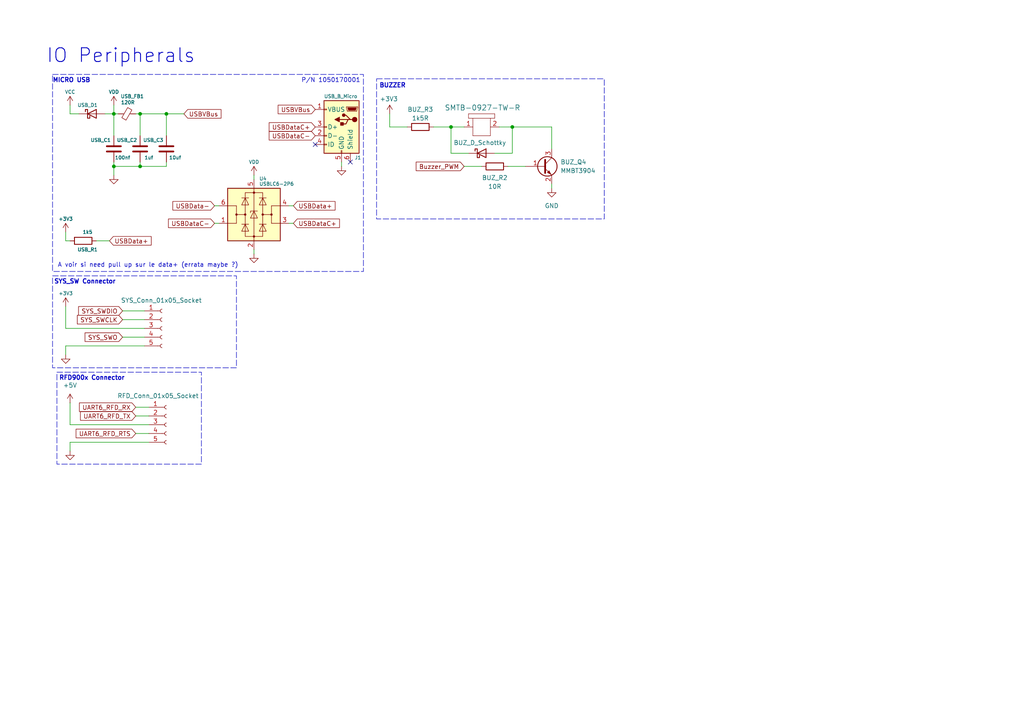
<source format=kicad_sch>
(kicad_sch (version 20231120) (generator "eeschema") (generator_version "8.0")
  (paper "A4")
  (title_block (title "IO") (date "2024-11-09") (company "GAUL"))
  (lib_symbols
    (symbol "+3V3_1" (power) (pin_numbers hide) (pin_names (offset 0) hide)
      (property "Value" "+3V3" (at 0 3.556 0))
      (symbol "+3V3_1_0_1"
        (polyline (pts (xy -0.762 1.27) (xy 0 2.54)))
        (polyline (pts (xy 0 0) (xy 0 2.54)))
        (polyline (pts (xy 0 2.54) (xy 0.762 1.27)))
      )
      (symbol "+3V3_1_1_1"
        (pin power_in line (at 0 0 90) (length 0) (name "~") (number "1"))
      )
    )
    (symbol "Connector:Conn_01x05_Socket" (pin_names (offset 1.016) hide)
      (property "Reference" "J" (at 0 7.62 0))
      (property "Value" "Conn_01x05_Socket" (at 0 -7.62 0))
      (symbol "Conn_01x05_Socket_1_1"
        (arc (start 0 -4.572) (mid -0.5058 -5.08) (end 0 -5.588) (stroke (width 0.1524)))
        (arc (start 0 -2.032) (mid -0.5058 -2.54) (end 0 -3.048) (stroke (width 0.1524)))
        (polyline (pts (xy -1.27 -5.08) (xy -0.508 -5.08)) (stroke (width 0.1524)))
        (polyline (pts (xy -1.27 -2.54) (xy -0.508 -2.54)) (stroke (width 0.1524)))
        (polyline (pts (xy -1.27 0) (xy -0.508 0)) (stroke (width 0.1524)))
        (polyline (pts (xy -1.27 2.54) (xy -0.508 2.54)) (stroke (width 0.1524)))
        (polyline (pts (xy -1.27 5.08) (xy -0.508 5.08)) (stroke (width 0.1524)))
        (arc (start 0 0.508) (mid -0.5058 0) (end 0 -0.508) (stroke (width 0.1524)))
        (arc (start 0 3.048) (mid -0.5058 2.54) (end 0 2.032) (stroke (width 0.1524)))
        (arc (start 0 5.588) (mid -0.5058 5.08) (end 0 4.572) (stroke (width 0.1524)))
        (pin passive line (at -5.08 5.08 0) (length 3.81) (name "Pin_1") (number "1"))
        (pin passive line (at -5.08 2.54 0) (length 3.81) (name "Pin_2") (number "2"))
        (pin passive line (at -5.08 0 0) (length 3.81) (name "Pin_3") (number "3"))
        (pin passive line (at -5.08 -2.54 0) (length 3.81) (name "Pin_4") (number "4"))
        (pin passive line (at -5.08 -5.08 0) (length 3.81) (name "Pin_5") (number "5"))
      )
    )
    (symbol "Connector:USB_B_Micro" (pin_names (offset 1.016))
      (property "Reference" "J3" (at 5.08 -8.89 0))
      (property "Value" "USB_B_Micro" (at 5.08 8.89 0))
      (symbol "USB_B_Micro_0_1"
        (rectangle (start -5.08 -7.62) (end 5.08 7.62) (stroke (width 0.254)) (fill (type background)))
        (circle (center -3.81 2.159) (radius 0.635) (stroke (width 0.254)) (fill (type outline)))
        (circle (center -0.635 3.429) (radius 0.381) (stroke (width 0.254)) (fill (type outline)))
        (rectangle (start -0.127 -7.62) (end 0.127 -6.858))
        (polyline (pts (xy -1.905 2.159) (xy 0.635 2.159)) (stroke (width 0.254)))
        (polyline (pts (xy -3.175 2.159) (xy -2.54 2.159) (xy -1.27 3.429) (xy -0.635 3.429)) (stroke (width 0.254)))
        (polyline (pts (xy -2.54 2.159) (xy -1.905 2.159) (xy -1.27 0.889) (xy 0 0.889)) (stroke (width 0.254)))
        (polyline (pts (xy 0.635 2.794) (xy 0.635 1.524) (xy 1.905 2.159) (xy 0.635 2.794)) (stroke (width 0.254)) (fill (type outline)))
        (polyline (pts (xy -4.318 5.588) (xy -1.778 5.588) (xy -2.032 4.826) (xy -4.064 4.826) (xy -4.318 5.588)) (fill (type outline)))
        (polyline (pts (xy -4.699 5.842) (xy -4.699 5.588) (xy -4.445 4.826) (xy -4.445 4.572) (xy -1.651 4.572) (xy -1.651 4.826) (xy -1.397 5.588) (xy -1.397 5.842) (xy -4.699 5.842)))
        (rectangle (start 0.254 1.27) (end -0.508 0.508) (stroke (width 0.254)) (fill (type outline)))
        (rectangle (start 5.08 -5.207) (end 4.318 -4.953))
        (rectangle (start 5.08 -2.667) (end 4.318 -2.413))
        (rectangle (start 5.08 -0.127) (end 4.318 0.127))
        (rectangle (start 5.08 4.953) (end 4.318 5.207))
      )
      (symbol "USB_B_Micro_1_1"
        (pin power_out line (at 7.62 5.08 180) (length 2.54) (name "VBUS") (number "1"))
        (pin bidirectional line (at 7.62 -2.54 180) (length 2.54) (name "D-") (number "2"))
        (pin bidirectional line (at 7.62 0 180) (length 2.54) (name "D+") (number "3"))
        (pin passive line (at 7.62 -5.08 180) (length 2.54) (name "ID") (number "4"))
        (pin power_in line (at 0 -10.16 90) (length 2.54) (name "GND") (number "5"))
        (pin passive line (at -2.54 -10.16 90) (length 2.54) (name "Shield") (number "6"))
      )
    )
    (symbol "Device:C" (pin_numbers hide) (pin_names (offset 0.254))
      (property "Reference" "C" (at 0.635 2.54 0))
      (property "Value" "C" (at 0.635 -2.54 0))
      (symbol "C_0_1"
        (polyline (pts (xy -2.032 -0.762) (xy 2.032 -0.762)) (stroke (width 0.508)))
        (polyline (pts (xy -2.032 0.762) (xy 2.032 0.762)) (stroke (width 0.508)))
      )
      (symbol "C_1_1"
        (pin passive line (at 0 3.81 270) (length 2.794) (name "~") (number "1"))
        (pin passive line (at 0 -3.81 90) (length 2.794) (name "~") (number "2"))
      )
    )
    (symbol "Device:D_Schottky" (pin_numbers hide) (pin_names (offset 1.016) hide)
      (property "Reference" "D" (at 0 2.54 0))
      (property "Value" "D_Schottky" (at 0 -2.54 0))
      (symbol "D_Schottky_0_1"
        (polyline (pts (xy 1.27 0) (xy -1.27 0)))
        (polyline (pts (xy 1.27 1.27) (xy 1.27 -1.27) (xy -1.27 0) (xy 1.27 1.27)) (stroke (width 0.254)))
        (polyline (pts (xy -1.905 0.635) (xy -1.905 1.27) (xy -1.27 1.27) (xy -1.27 -1.27) (xy -0.635 -1.27) (xy -0.635 -0.635)) (stroke (width 0.254)))
      )
      (symbol "D_Schottky_1_1"
        (pin passive line (at -3.81 0 0) (length 2.54) (name "K") (number "1"))
        (pin passive line (at 3.81 0 180) (length 2.54) (name "A") (number "2"))
      )
    )
    (symbol "Device:FerriteBead_Small" (pin_numbers hide) (pin_names (offset 0))
      (property "Reference" "FB" (at 1.905 1.27 0))
      (property "Value" "FerriteBead_Small" (at 1.905 -1.27 0))
      (symbol "FerriteBead_Small_0_1"
        (polyline (pts (xy 0 -1.27) (xy 0 -0.7874)))
        (polyline (pts (xy 0 0.889) (xy 0 1.2954)))
        (polyline (pts (xy -1.8288 0.2794) (xy -1.1176 1.4986) (xy 1.8288 -0.2032) (xy 1.1176 -1.4224) (xy -1.8288 0.2794)))
      )
      (symbol "FerriteBead_Small_1_1"
        (pin passive line (at 0 2.54 270) (length 1.27) (name "~") (number "1"))
        (pin passive line (at 0 -2.54 90) (length 1.27) (name "~") (number "2"))
      )
    )
    (symbol "Device:R" (pin_numbers hide) (pin_names (offset 0))
      (property "Reference" "R" (at 2.032 0 90))
      (property "Value" "R" (at 0 0 90))
      (symbol "R_0_1"
        (rectangle (start -1.016 -2.54) (end 1.016 2.54) (stroke (width 0.254)))
      )
      (symbol "R_1_1"
        (pin passive line (at 0 3.81 270) (length 1.27) (name "~") (number "1"))
        (pin passive line (at 0 -3.81 90) (length 1.27) (name "~") (number "2"))
      )
    )
    (symbol "GND_1" (power) (pin_numbers hide) (pin_names (offset 0) hide)
      (property "Value" "GND" (at 0 -3.81 0))
      (symbol "GND_1_0_1"
        (polyline (pts (xy 0 0) (xy 0 -1.27) (xy 1.27 -1.27) (xy 0 -2.54) (xy -1.27 -1.27) (xy 0 -1.27)))
      )
      (symbol "GND_1_1_1"
        (pin power_in line (at 0 0 270) (length 0) (name "~") (number "1"))
      )
    )
    (symbol "ODB_Lib:SMTB-0927-TW-R" (pin_names (offset 0.254))
      (property "Value" "SMTB-0927-TW-R" (at 12.7 7.62 0))
      (symbol "SMTB-0927-TW-R_0_1"
        (polyline (pts (xy 8.89 3.81) (xy 8.89 2.54)) (stroke (width 0.127)))
        (polyline (pts (xy 8.89 3.81) (xy 16.51 3.81)) (stroke (width 0.127)))
        (polyline (pts (xy 10.16 -2.54) (xy 15.24 -2.54)) (stroke (width 0.127)))
        (polyline (pts (xy 10.16 2.54) (xy 10.16 -2.54)) (stroke (width 0.127)))
        (polyline (pts (xy 15.24 -2.54) (xy 15.24 2.54)) (stroke (width 0.127)))
        (polyline (pts (xy 16.51 2.54) (xy 8.89 2.54)) (stroke (width 0.127)))
        (polyline (pts (xy 16.51 3.81) (xy 16.51 2.54)) (stroke (width 0.127)))
      )
      (symbol "SMTB-0927-TW-R_1_1"
        (pin input line (at 7.62 0 0) (length 2.54) (name "") (number "1"))
        (pin output line (at 17.78 0 180) (length 2.54) (name "") (number "2"))
      )
    )
    (symbol "Power_Protection:USBLC6-2P6" (pin_names hide)
      (property "Reference" "U" (at 2.54 8.89 0))
      (property "Value" "USBLC6-2P6" (at 2.54 -8.89 0))
      (symbol "USBLC6-2P6_0_1"
        (rectangle (start -7.62 -7.62) (end 7.62 7.62) (stroke (width 0.254)) (fill (type background)))
        (circle (center -5.08 0) (radius 0.254) (fill (type outline)))
        (circle (center -2.54 0) (radius 0.254) (fill (type outline)))
        (rectangle (start -2.54 6.35) (end 2.54 -6.35))
        (circle (center 0 -6.35) (radius 0.254) (fill (type outline)))
        (polyline (pts (xy -5.08 -2.54) (xy -7.62 -2.54)))
        (polyline (pts (xy -5.08 0) (xy -5.08 -2.54)))
        (polyline (pts (xy -5.08 2.54) (xy -7.62 2.54)))
        (polyline (pts (xy -1.524 -2.794) (xy -3.556 -2.794)))
        (polyline (pts (xy -1.524 4.826) (xy -3.556 4.826)))
        (polyline (pts (xy 0 -7.62) (xy 0 -6.35)))
        (polyline (pts (xy 0 -6.35) (xy 0 1.27)))
        (polyline (pts (xy 0 1.27) (xy 0 6.35)))
        (polyline (pts (xy 0 6.35) (xy 0 7.62)))
        (polyline (pts (xy 1.524 -2.794) (xy 3.556 -2.794)))
        (polyline (pts (xy 1.524 4.826) (xy 3.556 4.826)))
        (polyline (pts (xy 5.08 -2.54) (xy 7.62 -2.54)))
        (polyline (pts (xy 5.08 0) (xy 5.08 -2.54)))
        (polyline (pts (xy 5.08 2.54) (xy 7.62 2.54)))
        (polyline (pts (xy -2.54 0) (xy -5.08 0) (xy -5.08 2.54)))
        (polyline (pts (xy 2.54 0) (xy 5.08 0) (xy 5.08 2.54)))
        (polyline (pts (xy -3.556 -4.826) (xy -1.524 -4.826) (xy -2.54 -2.794) (xy -3.556 -4.826)))
        (polyline (pts (xy -3.556 2.794) (xy -1.524 2.794) (xy -2.54 4.826) (xy -3.556 2.794)))
        (polyline (pts (xy -1.016 -1.016) (xy 1.016 -1.016) (xy 0 1.016) (xy -1.016 -1.016)))
        (polyline (pts (xy 1.016 1.016) (xy 0.762 1.016) (xy -1.016 1.016) (xy -1.016 0.508)))
        (polyline (pts (xy 3.556 -4.826) (xy 1.524 -4.826) (xy 2.54 -2.794) (xy 3.556 -4.826)))
        (polyline (pts (xy 3.556 2.794) (xy 1.524 2.794) (xy 2.54 4.826) (xy 3.556 2.794)))
        (circle (center 0 6.35) (radius 0.254) (fill (type outline)))
        (circle (center 2.54 0) (radius 0.254) (fill (type outline)))
        (circle (center 5.08 0) (radius 0.254) (fill (type outline)))
      )
      (symbol "USBLC6-2P6_1_1"
        (pin passive line (at -10.16 -2.54 0) (length 2.54) (name "I/O1") (number "1"))
        (pin passive line (at 0 -10.16 90) (length 2.54) (name "GND") (number "2"))
        (pin passive line (at 10.16 -2.54 180) (length 2.54) (name "I/O2") (number "3"))
        (pin passive line (at 10.16 2.54 180) (length 2.54) (name "I/O2") (number "4"))
        (pin passive line (at 0 10.16 270) (length 2.54) (name "VBUS") (number "5"))
        (pin passive line (at -10.16 2.54 0) (length 2.54) (name "I/O1") (number "6"))
      )
    )
    (symbol "Transistor_BJT:MMBT3904" (pin_names (offset 0) hide)
      (property "Reference" "Q" (at 5.08 1.905 0))
      (property "Value" "MMBT3904" (at 5.08 0 0))
      (symbol "MMBT3904_0_1"
        (polyline (pts (xy 0.635 0.635) (xy 2.54 2.54)))
        (polyline (pts (xy 0.635 -0.635) (xy 2.54 -2.54) (xy 2.54 -2.54)))
        (polyline (pts (xy 0.635 1.905) (xy 0.635 -1.905) (xy 0.635 -1.905)) (stroke (width 0.508)))
        (polyline (pts (xy 1.27 -1.778) (xy 1.778 -1.27) (xy 2.286 -2.286) (xy 1.27 -1.778) (xy 1.27 -1.778)) (fill (type outline)))
        (circle (center 1.27 0) (radius 2.8194) (stroke (width 0.254)))
      )
      (symbol "MMBT3904_1_1"
        (pin input line (at -5.08 0 0) (length 5.715) (name "B") (number "1"))
        (pin passive line (at 2.54 -5.08 90) (length 2.54) (name "E") (number "2"))
        (pin passive line (at 2.54 5.08 270) (length 2.54) (name "C") (number "3"))
      )
    )
    (symbol "power:+3V3" (power) (pin_names (offset 0))
      (property "Value" "+3V3" (at 0 3.556 0))
      (symbol "+3V3_0_1"
        (polyline (pts (xy -0.762 1.27) (xy 0 2.54)))
        (polyline (pts (xy 0 0) (xy 0 2.54)))
        (polyline (pts (xy 0 2.54) (xy 0.762 1.27)))
      )
      (symbol "+3V3_1_1"
        (pin power_in line (at 0 0 90) (length 0) hide (name "+3V3") (number "1"))
      )
    )
    (symbol "power:+5V" (power) (pin_numbers hide) (pin_names (offset 0) hide)
      (property "Value" "+5V" (at 0 3.556 0))
      (symbol "+5V_0_1"
        (polyline (pts (xy -0.762 1.27) (xy 0 2.54)))
        (polyline (pts (xy 0 0) (xy 0 2.54)))
        (polyline (pts (xy 0 2.54) (xy 0.762 1.27)))
      )
      (symbol "+5V_1_1"
        (pin power_in line (at 0 0 90) (length 0) (name "~") (number "1"))
      )
    )
    (symbol "power:GND" (power) (pin_names (offset 0))
      (property "Value" "GND" (at 0 -3.81 0))
      (symbol "GND_0_1"
        (polyline (pts (xy 0 0) (xy 0 -1.27) (xy 1.27 -1.27) (xy 0 -2.54) (xy -1.27 -1.27) (xy 0 -1.27)))
      )
      (symbol "GND_1_1"
        (pin power_in line (at 0 0 270) (length 0) hide (name "GND") (number "1"))
      )
    )
    (symbol "power:VCC" (power) (pin_names (offset 0))
      (property "Value" "VCC" (at 0 3.81 0))
      (symbol "VCC_0_1"
        (polyline (pts (xy -0.762 1.27) (xy 0 2.54)))
        (polyline (pts (xy 0 0) (xy 0 2.54)))
        (polyline (pts (xy 0 2.54) (xy 0.762 1.27)))
      )
      (symbol "VCC_1_1"
        (pin power_in line (at 0 0 90) (length 0) hide (name "VCC") (number "1"))
      )
    )
    (symbol "power:VDD" (power) (pin_names (offset 0))
      (property "Value" "VDD" (at 0 3.81 0))
      (symbol "VDD_0_1"
        (polyline (pts (xy -0.762 1.27) (xy 0 2.54)))
        (polyline (pts (xy 0 0) (xy 0 2.54)))
        (polyline (pts (xy 0 2.54) (xy 0.762 1.27)))
      )
      (symbol "VDD_1_1"
        (pin power_in line (at 0 0 90) (length 0) hide (name "VDD") (number "1"))
      )
    )
  )
  (junction (at 33.02 33.02))
  (junction (at 130.81 36.83))
  (junction (at 33.02 48.26))
  (junction (at 148.59 36.83))
  (junction (at 40.64 48.26))
  (junction (at 40.64 33.02))
  (junction (at 48.26 33.02))
  (no_connect (at 91.44 41.91))
  (no_connect (at 101.6 46.99))
  (wire (pts (xy 160.02 53.34) (xy 160.02 54.61)))
  (wire (pts (xy 48.26 39.37) (xy 48.26 33.02)))
  (wire (pts (xy 83.82 64.77) (xy 85.09 64.77)))
  (wire (pts (xy 19.05 67.31) (xy 19.05 69.85)))
  (wire (pts (xy 35.56 90.17) (xy 41.91 90.17)))
  (wire (pts (xy 48.26 46.99) (xy 48.26 48.26)))
  (wire (pts (xy 83.82 59.69) (xy 85.09 59.69)))
  (wire (pts (xy 35.56 92.71) (xy 41.91 92.71)))
  (wire (pts (xy 135.89 44.45) (xy 130.81 44.45)))
  (wire (pts (xy 125.73 36.83) (xy 130.81 36.83)))
  (wire (pts (xy 143.51 44.45) (xy 148.59 44.45)))
  (wire (pts (xy 39.37 125.73) (xy 43.18 125.73)))
  (wire (pts (xy 33.02 30.48) (xy 33.02 33.02)))
  (wire (pts (xy 33.02 48.26) (xy 40.64 48.26)))
  (wire (pts (xy 31.75 69.85) (xy 27.94 69.85)))
  (wire (pts (xy 144.78 36.83) (xy 148.59 36.83)))
  (wire (pts (xy 148.59 36.83) (xy 160.02 36.83)))
  (wire (pts (xy 39.37 120.65) (xy 43.18 120.65)))
  (wire (pts (xy 33.02 48.26) (xy 33.02 50.8)))
  (wire (pts (xy 41.91 95.25) (xy 19.05 95.25)))
  (wire (pts (xy 33.02 33.02) (xy 33.02 39.37)))
  (wire (pts (xy 19.05 69.85) (xy 20.32 69.85)))
  (wire (pts (xy 43.18 128.27) (xy 20.32 128.27)))
  (wire (pts (xy 20.32 123.19) (xy 43.18 123.19)))
  (wire (pts (xy 39.37 33.02) (xy 40.64 33.02)))
  (wire (pts (xy 62.23 59.69) (xy 63.5 59.69)))
  (wire (pts (xy 113.03 33.02) (xy 113.03 36.83)))
  (wire (pts (xy 20.32 116.84) (xy 20.32 123.19)))
  (wire (pts (xy 33.02 46.99) (xy 33.02 48.26)))
  (wire (pts (xy 20.32 128.27) (xy 20.32 130.81)))
  (wire (pts (xy 19.05 100.33) (xy 19.05 102.87)))
  (wire (pts (xy 39.37 118.11) (xy 43.18 118.11)))
  (wire (pts (xy 40.64 46.99) (xy 40.64 48.26)))
  (wire (pts (xy 130.81 36.83) (xy 134.62 36.83)))
  (wire (pts (xy 40.64 39.37) (xy 40.64 33.02)))
  (wire (pts (xy 113.03 36.83) (xy 118.11 36.83)))
  (wire (pts (xy 73.66 72.39) (xy 73.66 73.66)))
  (wire (pts (xy 148.59 44.45) (xy 148.59 36.83)))
  (wire (pts (xy 22.86 33.02) (xy 20.32 33.02)))
  (wire (pts (xy 48.26 33.02) (xy 53.34 33.02)))
  (wire (pts (xy 134.62 48.26) (xy 139.7 48.26)))
  (wire (pts (xy 41.91 100.33) (xy 19.05 100.33)))
  (wire (pts (xy 73.66 50.8) (xy 73.66 52.07)))
  (wire (pts (xy 19.05 95.25) (xy 19.05 88.9)))
  (wire (pts (xy 160.02 36.83) (xy 160.02 43.18)))
  (wire (pts (xy 147.32 48.26) (xy 152.4 48.26)))
  (wire (pts (xy 40.64 33.02) (xy 48.26 33.02)))
  (wire (pts (xy 99.06 46.99) (xy 99.06 48.26)))
  (wire (pts (xy 130.81 44.45) (xy 130.81 36.83)))
  (wire (pts (xy 35.56 97.79) (xy 41.91 97.79)))
  (wire (pts (xy 20.32 33.02) (xy 20.32 30.48)))
  (wire (pts (xy 62.23 64.77) (xy 63.5 64.77)))
  (wire (pts (xy 40.64 48.26) (xy 48.26 48.26)))
  (wire (pts (xy 30.48 33.02) (xy 33.02 33.02)))
  (wire (pts (xy 34.29 33.02) (xy 33.02 33.02)))
  (rectangle (start 109.22 22.86) (end 175.26 63.5) (stroke (width 0) (type dash)))
  (rectangle (start 15.24 80.01) (end 68.58 106.68) (stroke (width 0) (type dash)))
  (rectangle (start 16.51 107.95) (end 58.42 134.62) (stroke (width 0) (type dash)))
  (rectangle (start 15.24 21.59) (end 105.41 78.74) (stroke (width 0) (type dash)))
  (text "IO Peripherals" (at 35.052 16.256 0) (effects (font (size 4 4) (thickness 0.254) (bold yes))))
  (text "MICRO USB" (at 15.24 24.13 0) (effects (font (size 1.27 1.27) (thickness 0.254) (bold yes)) (justify left bottom)))
  (text "A voir si need pull up sur le data+ (errata maybe ?)" (at 42.926 76.962 0) (effects (font (size 1.27 1.27))))
  (text "P/N 1050170001" (at 87.376 24.13 0) (effects (font (size 1.27 1.27)) (justify left bottom)))
  (text "BUZZER" (at 109.982 25.654 0) (effects (font (size 1.27 1.27) (thickness 0.254) (bold yes)) (justify left bottom)))
  (text "RFD900x Connector" (at 26.67 109.728 0) (effects (font (size 1.27 1.27) (thickness 0.254) (bold yes))))
  (text "SYS_SW Connector" (at 24.638 81.788 0) (effects (font (size 1.27 1.27) (thickness 0.254) (bold yes))))
  (global_label "Buzzer_PWM" (shape input) (at 134.62 48.26 180) (effects (font (thickness 0.1588))) (property "Intersheetrefs" "${INTERSHEET_REFS}" (effects (hide yes))))
  (global_label "UART6_RFD_RX" (shape input) (at 39.37 118.11 180) (property "Intersheetrefs" "${INTERSHEET_REFS}" (effects (hide yes))))
  (global_label "USBData+" (shape input) (at 31.75 69.85 0) (property "Intersheetrefs" "${INTERSHEET_REFS}" (effects (hide yes))))
  (global_label "SYS_SWDIO" (shape input) (at 35.56 90.17 180) (effects (font (thickness 0.1588))) (property "Intersheetrefs" "${INTERSHEET_REFS}" (effects (hide yes))))
  (global_label "SYS_SWCLK" (shape input) (at 35.56 92.71 180) (effects (font (thickness 0.1588))) (property "Intersheetrefs" "${INTERSHEET_REFS}" (effects (hide yes))))
  (global_label "USBDataC+" (shape input) (at 91.44 36.83 180) (property "Intersheetrefs" "${INTERSHEET_REFS}" (effects (hide yes))))
  (global_label "SYS_SWO" (shape input) (at 35.56 97.79 180) (effects (font (thickness 0.1588))) (property "Intersheetrefs" "${INTERSHEET_REFS}" (effects (hide yes))))
  (global_label "UART6_RFD_TX" (shape input) (at 39.37 120.65 180) (property "Intersheetrefs" "${INTERSHEET_REFS}" (effects (hide yes))))
  (global_label "USBData+" (shape input) (at 85.09 59.69 0) (property "Intersheetrefs" "${INTERSHEET_REFS}" (effects (hide yes))))
  (global_label "UART6_RFD_RTS" (shape input) (at 39.37 125.73 180) (property "Intersheetrefs" "${INTERSHEET_REFS}" (effects (hide yes))))
  (global_label "USBData-" (shape input) (at 62.23 59.69 180) (property "Intersheetrefs" "${INTERSHEET_REFS}" (effects (hide yes))))
  (global_label "USBDataC+" (shape input) (at 85.09 64.77 0) (property "Intersheetrefs" "${INTERSHEET_REFS}" (effects (hide yes))))
  (global_label "USBVBus" (shape input) (at 53.34 33.02 0) (property "Intersheetrefs" "${INTERSHEET_REFS}" (effects (hide yes))))
  (global_label "USBDataC-" (shape input) (at 62.23 64.77 180) (property "Intersheetrefs" "${INTERSHEET_REFS}" (effects (hide yes))))
  (global_label "USBVBus" (shape input) (at 91.44 31.75 180) (property "Intersheetrefs" "${INTERSHEET_REFS}" (effects (hide yes))))
  (global_label "USBDataC-" (shape input) (at 91.44 39.37 180) (property "Intersheetrefs" "${INTERSHEET_REFS}" (effects (hide yes))))
  (symbol (lib_id "Device:R") (at 24.13 69.85 270) (unit 1)
    (property "Reference" "USB_R1" (at 25.4 72.39 90) (effects (font (size 1 1))))
    (property "Value" "1k5" (at 25.4 67.31 90) (effects (font (size 1 1))))
    (property "Footprint" "Resistor_SMD:R_0805_2012Metric" (effects (hide yes)))
  )
  (symbol (lib_id "power:+3V3") (at 19.05 67.31 0) (unit 1)
    (property "Reference" "#PWR038" (effects (hide yes)))
    (property "Value" "+3V3" (at 19.05 63.5 0) (effects (font (size 1 1))))
  )
  (symbol (lib_name "+3V3_1") (lib_id "power:+3V3") (at 113.03 33.02 0) (unit 1)
    (property "Reference" "#PWR072" (effects (hide yes)))
    (property "Value" "+3V3" (at 112.776 28.702 0))
    (property "Description" "Power symbol creates a global label with name \"+3V3\"" (effects (hide yes)))
  )
  (symbol (lib_id "power:VCC") (at 20.32 30.48 0) (unit 1)
    (property "Reference" "#PWR037" (effects (hide yes)))
    (property "Value" "VCC" (at 20.32 26.67 0) (effects (font (size 1 1))))
  )
  (symbol (lib_id "Transistor_BJT:MMBT3904") (at 157.48 48.26 0) (unit 1)
    (property "Reference" "BUZ_Q4" (at 162.56 46.9899 0) (effects (justify left)))
    (property "Value" "MMBT3904" (at 162.56 49.5299 0) (effects (justify left)))
    (property "Footprint" "Package_TO_SOT_SMD:SOT-23" (effects (hide yes)))
    (property "Datasheet" "https://www.onsemi.com/pdf/datasheet/pzt3904-d.pdf" (effects (hide yes)))
    (property "Description" "0.2A Ic, 40V Vce, Small Signal NPN Transistor, SOT-23" (effects (hide yes)))
  )
  (symbol (lib_id "Connector:Conn_01x05_Socket") (at 48.26 123.19 0) (unit 1)
    (property "Reference" "SW_J2" (effects (hide yes)))
    (property "Value" "RFD_Conn_01x05_Socket" (at 34.036 114.808 0) (effects (justify left)))
    (property "Description" "Generic connector, single row, 01x05, script generated" (effects (hide yes)))
  )
  (symbol (lib_id "power:+3V3") (at 19.05 88.9 0) (unit 1)
    (property "Reference" "#PWR046" (effects (hide yes)))
    (property "Value" "+3V3" (at 19.05 85.09 0) (effects (font (size 1 1))))
  )
  (symbol (lib_id "Device:R") (at 121.92 36.83 270) (unit 1)
    (property "Reference" "BUZ_R3" (at 121.92 31.75 90))
    (property "Value" "1k5R" (at 121.92 34.29 90))
    (property "Description" "Resistor" (effects (hide yes)))
  )
  (symbol (lib_id "Device:C") (at 40.64 43.18 180) (unit 1)
    (property "Reference" "USB_C2" (at 36.83 40.64 0) (effects (font (size 1 1))))
    (property "Value" "1uf" (at 43.18 45.72 0) (effects (font (size 1 1))))
    (property "Footprint" "Capacitor_SMD:C_0805_2012Metric" (effects (hide yes)))
  )
  (symbol (lib_id "power:GND") (at 19.05 102.87 0) (unit 1)
    (property "Reference" "#PWR047" (effects (hide yes)))
    (property "Value" "GND" (effects (hide yes)))
  )
  (symbol (lib_id "power:VDD") (at 33.02 30.48 0) (unit 1)
    (property "Reference" "#PWR039" (effects (hide yes)))
    (property "Value" "VDD" (at 33.02 26.67 0) (effects (font (size 1 1))))
  )
  (symbol (lib_id "Power_Protection:USBLC6-2P6") (at 73.66 62.23 0) (unit 1)
    (property "Reference" "U4" (at 75.184 51.816 0) (effects (font (size 1 1)) (justify left)))
    (property "Value" "USBLC6-2P6" (at 75.184 53.34 0) (effects (font (size 1 1)) (justify left)))
    (property "Footprint" "Package_TO_SOT_SMD:SOT-666" (effects (hide yes)))
    (property "Datasheet" "https://www.st.com/resource/en/datasheet/usblc6-2.pdf" (effects (hide yes)))
  )
  (symbol (lib_id "Connector:USB_B_Micro") (at 99.06 36.83 0) (mirror y) (unit 1)
    (property "Reference" "J1" (at 102.87 45.72 0) (effects (font (size 1 1)) (justify right)))
    (property "Value" "USB_B_Micro" (at 93.98 27.94 0) (effects (font (size 1 1)) (justify right)))
    (property "Footprint" "Connector_USB:USB_Micro-B_Molex-105017-0001" (effects (hide yes)))
  )
  (symbol (lib_id "Device:C") (at 33.02 43.18 180) (unit 1)
    (property "Reference" "USB_C1" (at 29.21 40.64 0) (effects (font (size 1 1))))
    (property "Value" "100nf" (at 35.56 45.72 0) (effects (font (size 1 1))))
    (property "Footprint" "Capacitor_SMD:C_0805_2012Metric" (effects (hide yes)))
  )
  (symbol (lib_id "Device:D_Schottky") (at 26.67 33.02 0) (unit 1)
    (property "Reference" "USB_D1" (at 25.4 30.48 0) (effects (font (size 1 1))))
    (property "Value" "B260A-13-F" (effects (hide yes)))
    (property "Footprint" "Diode_SMD:D_SOD-123" (effects (hide yes)))
  )
  (symbol (lib_name "GND_1") (lib_id "power:GND") (at 160.02 54.61 0) (unit 1)
    (property "Reference" "#PWR073" (effects (hide yes)))
    (property "Value" "GND" (at 160.02 59.69 0))
    (property "Description" "Power symbol creates a global label with name \"GND\" , ground" (effects (hide yes)))
  )
  (symbol (lib_id "Device:FerriteBead_Small") (at 36.83 33.02 90) (unit 1)
    (property "Reference" "USB_FB1" (at 38.354 27.94 90) (effects (font (size 1 1))))
    (property "Value" "120R" (at 37.084 29.718 90) (effects (font (size 1 1))))
    (property "Footprint" "Inductor_SMD:L_0805_2012Metric" (effects (hide yes)))
  )
  (symbol (lib_id "Device:R") (at 143.51 48.26 270) (unit 1)
    (property "Reference" "BUZ_R2" (at 143.51 51.562 90))
    (property "Value" "10R" (at 143.51 54.102 90))
    (property "Description" "Resistor" (effects (hide yes)))
  )
  (symbol (lib_id "ODB_Lib:SMTB-0927-TW-R") (at 127 36.83 0) (unit 1)
    (property "Reference" "LS1" (effects (hide yes)))
    (property "Value" "SMTB-0927-TW-R" (at 139.954 31.242 0) (effects (font (size 1.524 1.524))))
    (property "Footprint" "SMTB-0927-TW-R_PUI" (effects (hide yes)))
    (property "Datasheet" "SMTB-0927-TW-R" (effects (hide yes)))
  )
  (symbol (lib_id "Device:C") (at 48.26 43.18 180) (unit 1)
    (property "Reference" "USB_C3" (at 44.45 40.64 0) (effects (font (size 1 1))))
    (property "Value" "10uf" (at 50.8 45.72 0) (effects (font (size 1 1))))
    (property "Footprint" "Capacitor_SMD:C_0805_2012Metric" (effects (hide yes)))
  )
  (symbol (lib_id "Connector:Conn_01x05_Socket") (at 46.99 95.25 0) (unit 1)
    (property "Reference" "SW_J1" (effects (hide yes)))
    (property "Value" "SYS_Conn_01x05_Socket" (at 35.052 87.122 0) (effects (justify left)))
    (property "Description" "Generic connector, single row, 01x05, script generated" (effects (hide yes)))
  )
  (symbol (lib_id "power:+5V") (at 20.32 116.84 0) (unit 1)
    (property "Reference" "#PWR070" (effects (hide yes)))
    (property "Value" "+5V" (at 20.32 111.76 0))
    (property "Description" "Power symbol creates a global label with name \"+5V\"" (effects (hide yes)))
  )
  (symbol (lib_id "power:GND") (at 73.66 73.66 0) (unit 1)
    (property "Reference" "#PWR042" (effects (hide yes)))
    (property "Value" "GND" (effects (hide yes)))
  )
  (symbol (lib_id "power:GND") (at 99.06 48.26 0) (unit 1)
    (property "Reference" "#PWR043" (effects (hide yes)))
    (property "Value" "GND" (effects (hide yes)))
  )
  (symbol (lib_id "power:GND") (at 20.32 130.81 0) (unit 1)
    (property "Reference" "#PWR071" (effects (hide yes)))
    (property "Value" "GND" (effects (hide yes)))
  )
  (symbol (lib_id "power:GND") (at 33.02 50.8 0) (unit 1)
    (property "Reference" "#PWR040" (effects (hide yes)))
    (property "Value" "GND" (effects (hide yes)))
  )
  (symbol (lib_id "Device:D_Schottky") (at 139.7 44.45 0) (unit 1)
    (property "Reference" "D3" (effects (hide yes)))
    (property "Value" "BUZ_D_Schottky" (at 139.192 41.402 0))
    (property "Description" "Schottky diode" (effects (hide yes)))
  )
  (symbol (lib_id "power:VDD") (at 73.66 50.8 0) (unit 1)
    (property "Reference" "#PWR041" (effects (hide yes)))
    (property "Value" "VDD" (at 73.66 46.99 0) (effects (font (size 1 1))))
  )
)
</source>
